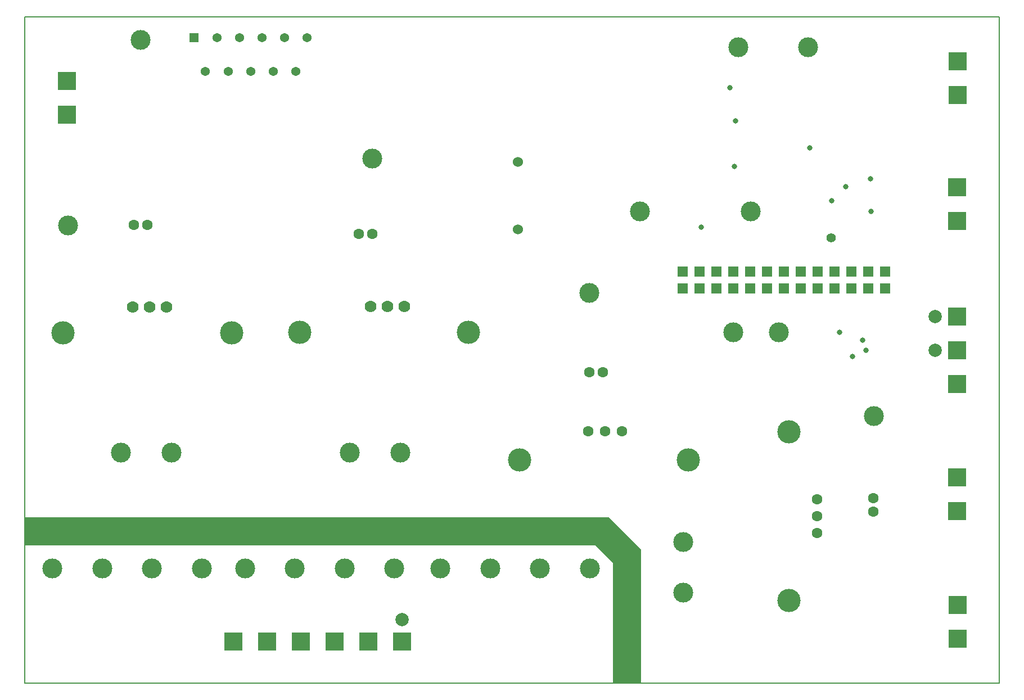
<source format=gbr>
%FSLAX23Y23*%
%MOIN*%
G04 EasyPC Gerber Version 17.0 Build 3379 *
%ADD158R,0.05400X0.05400*%
%ADD154R,0.06000X0.06000*%
%ADD150R,0.11024X0.11024*%
%ADD80C,0.00500*%
%ADD81C,0.03200*%
%ADD159C,0.05400*%
%ADD85C,0.05600*%
%ADD161C,0.06000*%
%ADD153C,0.06299*%
%ADD83C,0.06300*%
%ADD152C,0.07000*%
%ADD151C,0.07874*%
%ADD82C,0.11811*%
%ADD84C,0.13780*%
X0Y0D02*
D02*
D80*
X74Y35D02*
X5850D01*
Y3984*
X74*
Y35*
X3725D02*
X3565D01*
Y747*
X3457Y855*
X74*
Y1015*
X3533*
X3725Y823*
Y35*
G36*
X3565*
Y747*
X3457Y855*
X74*
Y1015*
X3533*
X3725Y823*
Y35*
G37*
D02*
D81*
X4083Y2737D03*
X4255Y3563D03*
X4279Y3098D03*
X4287Y3366D03*
X4728Y3208D03*
X4858Y2893D03*
X4905Y2112D03*
X4940Y2976D03*
X4980Y1970D03*
X5039Y2067D03*
X5059Y2007D03*
X5088Y3023D03*
X5090Y2830D03*
D02*
D82*
X238Y714D03*
X330Y2748D03*
X533Y714D03*
X645Y1401D03*
X759Y3846D03*
X828Y714D03*
X945Y1401D03*
X1124Y714D03*
X1379D03*
X1675D03*
X1970D03*
X2000Y1401D03*
X2133Y3145D03*
X2265Y714D03*
X2300Y1401D03*
X2537Y714D03*
X2832D03*
X3127D03*
X3421Y2346D03*
X3423Y714D03*
X3720Y2830D03*
X3976Y570D03*
Y870D03*
X4275Y2114D03*
X4303Y3805D03*
X4377Y2829D03*
X4543Y2114D03*
X4716Y3805D03*
X5106Y1617D03*
D02*
D83*
X3414Y1527D03*
X3514D03*
X3614D03*
X4771Y925D03*
Y1025D03*
Y1125D03*
D02*
D84*
X299Y2110D03*
X1299D03*
X1704Y2114D03*
X2704D03*
X3007Y1358D03*
X4007D03*
X4602Y523D03*
Y1523D03*
D02*
D85*
X4854Y2673D03*
D02*
D150*
X322Y3402D03*
Y3602D03*
X1311Y279D03*
X1511D03*
X1711D03*
X1911D03*
X2111D03*
X2311D03*
X5601Y1052D03*
Y1252D03*
Y1808D03*
Y2008D03*
Y2208D03*
Y2772D03*
Y2972D03*
X5602Y296D03*
Y496D03*
Y3520D03*
Y3720D03*
D02*
D151*
X2311Y411D03*
X5469Y2008D03*
X5469Y2208D03*
D02*
D152*
X715Y2263D03*
X814D03*
X914D03*
X2124Y2267D03*
X2224D03*
X2324D03*
D02*
D153*
X720Y2750D03*
X799D03*
X2055Y2696D03*
X2133D03*
X3421Y1878D03*
X3500D03*
X5104Y1051D03*
Y1129D03*
D02*
D154*
X3973Y2372D03*
Y2472D03*
X4073Y2372D03*
Y2472D03*
X4173Y2372D03*
Y2472D03*
X4273Y2372D03*
Y2472D03*
X4373Y2372D03*
Y2472D03*
X4473Y2372D03*
Y2472D03*
X4573Y2372D03*
Y2472D03*
X4673Y2372D03*
Y2472D03*
X4773Y2372D03*
Y2472D03*
X4873Y2372D03*
Y2472D03*
X4973Y2372D03*
Y2472D03*
X5073Y2372D03*
Y2472D03*
X5173Y2372D03*
Y2472D03*
D02*
D158*
X1078Y3859D03*
D02*
D159*
X1145Y3659D03*
X1212Y3859D03*
X1279Y3659D03*
X1346Y3859D03*
X1413Y3659D03*
X1480Y3859D03*
X1547Y3659D03*
X1614Y3859D03*
X1681Y3659D03*
X1748Y3859D03*
D02*
D161*
X2997Y2723D03*
Y3123D03*
X0Y0D02*
M02*

</source>
